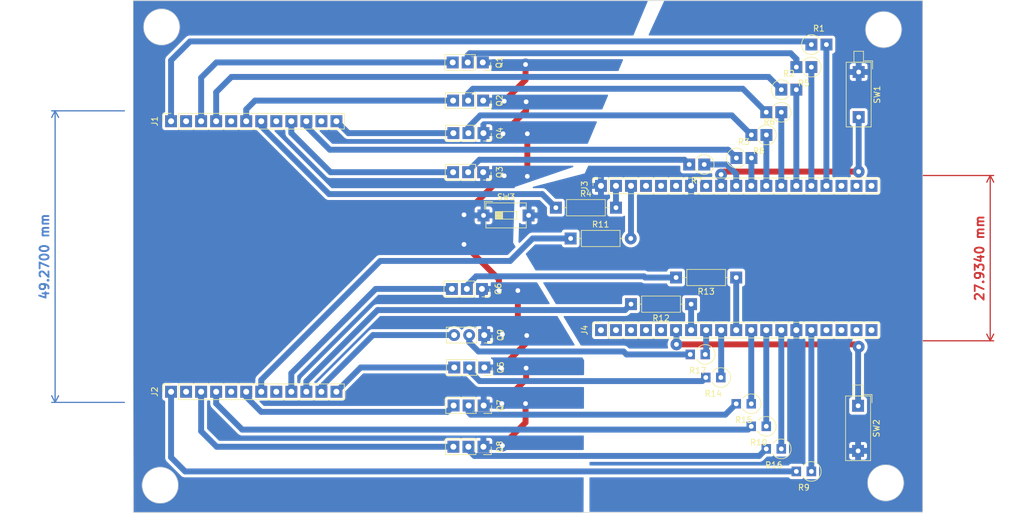
<source format=kicad_pcb>
(kicad_pcb (version 20240108) (generator "pcbnew") (generator_version "8.0")
  (layers (0 "F.Cu" signal) (31 "B.Cu" signal) (34 "B.Paste" user) (35 "F.Paste" user) (36 "B.SilkS" user "B.Silkscreen") (37 "F.SilkS" user "F.Silkscreen") (38 "B.Mask" user) (39 "F.Mask" user) (44 "Edge.Cuts" user))
  (net 0 "")
  (net 1 "GPIO15")
  (net 3 "Net-(J1-Pin_3)")
  (net 4 "GPIO0")
  (net 6 "Net-(J1-Pin_6)")
  (net 7 "GPIO16")
  (net 9 "Net-(J1-Pin_9)")
  (net 11 "Net-(J1-Pin_12)")
  (net 12 "GPIO13")
  (net 14 "Net-(J2-Pin_3)")
  (net 15 "GPIO14")
  (net 17 "Net-(J2-Pin_6)")
  (net 18 "GPIO26")
  (net 20 "Net-(J2-Pin_9)")
  (net 21 "GPIO33")
  (net 22 "Net-(J2-Pin_11)")
  (net 23 "Net-(J2-Pin_12)")
  (net 24 "GND")
  (net 25 "GPIO23")
  (net 26 "GPIO22")
  (net 27 "TX{slash}GPIO1")
  (net 28 "RX{slash}GPIO3")
  (net 29 "GPIO21")
  (net 30 "GPIO19")
  (net 31 "GPIO18")
  (net 32 "GPIO17")
  (net 33 "GPIO4")
  (net 34 "Net-(J3-Pin_14)")
  (net 35 "GPIO2")
  (net 36 "Net-(J3-Pin_16)")
  (net 40 "3.3V")
  (net 42 "GPI36")
  (net 43 "GPI39")
  (net 44 "GPI34")
  (net 45 "GPI35")
  (net 46 "GPIO32")
  (net 47 "GPIO25")
  (net 48 "GPIO27")
  (net 49 "Net-(J4-Pin_12)")
  (net 50 "GPIO12")
  (net 51 "Net-(J4-Pin_15)")
  (net 55 "5V")
  (net 56 "Net-(Q1-B)")
  (net 57 "Net-(Q2-B)")
  (net 58 "Net-(Q3-B)")
  (net 59 "Net-(Q4-B)")
  (net 60 "Net-(Q5-B)")
  (net 61 "Net-(Q6-B)")
  (net 62 "Net-(Q7-B)")
  (net 63 "Net-(Q8-B)")
  (net 64 "Net-(Q9-B)")
  (net 65 "Net-(J3-Pin_11)")
  (net 66 "GND_BJT")
  (net 67 "GPIO5")
  (net 68 "Net-(J4-Pin_7)")
  (net 69 "Net-(J3-Pin_2)")
  (net 70 "Net-(J3-Pin_3)")
  (footprint "Button_Switch_THT:SW_DIP_SPSTx01_Piano_10.8x4.1mm_W7.62mm_P2.54mm" (layer "F.Cu") (at 214.5 70.17 -90)
    (property "Reference" "SW1" (at 3.81 -3.11 90) (layer "F.SilkS"))
    (property "Value" "SW_Push")
    (pad "1" thru_hole rect (at 0 0 270) (size 2 2) (drill 0.8) (layers "*.Cu" "*.Mask") (net 24 "GND"))
    (pad "2" thru_hole rect (at 7.62 0 270) (size 2 2) (drill 0.8) (layers "*.Cu" "*.Mask") (net 31 "GPIO18"))
  )
  (footprint "Connector_PinSocket_2.54mm:PinSocket_1x03_P2.54mm_Vertical" (layer "F.Cu") (at 151.04 75 -90)
    (property "Reference" "Q2" (at 0 -2.77 90) (layer "F.SilkS"))
    (property "Value" "2N3904")
    (pad "1" thru_hole rect (at 0 0 270) (size 2 2) (drill 1) (layers "*.Cu" "*.Mask") (net 66 "GND_BJT"))
    (pad "2" thru_hole rect (at 0 2.54 270) (size 2 2) (drill 1) (layers "*.Cu" "*.Mask") (net 57 "Net-(Q2-B)"))
    (pad "3" thru_hole rect (at 0 5.08 270) (size 2 2) (drill 1) (layers "*.Cu" "*.Mask") (net 6 "Net-(J1-Pin_6)"))
  )
  (footprint "Connector_PinSocket_2.54mm:PinSocket_1x12_P2.54mm_Vertical" (layer "F.Cu") (at 98.298 78.486 90)
    (property "Reference" "J1" (at 0 -2.77 90) (layer "F.SilkS"))
    (property "Value" "Conn_01x12")
    (pad "1" thru_hole rect (at 0 0 90) (size 2 2) (drill 1) (layers "*.Cu" "*.Mask") (net 1 "GPIO15"))
    (pad "2" thru_hole rect (at 0 2.54 90) (size 2 2) (drill 1) (layers "*.Cu" "*.Mask"))
    (pad "3" thru_hole rect (at 0 5.08 90) (size 2 2) (drill 1) (layers "*.Cu" "*.Mask") (net 3 "Net-(J1-Pin_3)"))
    (pad "4" thru_hole rect (at 0 7.62 90) (size 2 2) (drill 1) (layers "*.Cu" "*.Mask") (net 4 "GPIO0"))
    (pad "5" thru_hole rect (at 0 10.16 90) (size 2 2) (drill 1) (layers "*.Cu" "*.Mask"))
    (pad "6" thru_hole rect (at 0 12.7 90) (size 2 2) (drill 1) (layers "*.Cu" "*.Mask") (net 6 "Net-(J1-Pin_6)"))
    (pad "7" thru_hole rect (at 0 15.24 90) (size 2 2) (drill 1) (layers "*.Cu" "*.Mask") (net 25 "GPIO23"))
    (pad "8" thru_hole rect (at 0 17.78 90) (size 2 2) (drill 1) (layers "*.Cu" "*.Mask"))
    (pad "9" thru_hole rect (at 0 20.32 90) (size 2 2) (drill 1) (layers "*.Cu" "*.Mask") (net 9 "Net-(J1-Pin_9)"))
    (pad "10" thru_hole rect (at 0 22.86 90) (size 2 2) (drill 1) (layers "*.Cu" "*.Mask") (net 32 "GPIO17"))
    (pad "11" thru_hole rect (at 0 25.4 90) (size 2 2) (drill 1) (layers "*.Cu" "*.Mask"))
    (pad "12" thru_hole rect (at 0 27.94 90) (size 2 2) (drill 1) (layers "*.Cu" "*.Mask") (net 11 "Net-(J1-Pin_12)"))
  )
  (footprint "Connector_PinSocket_2.54mm:PinSocket_1x19_P2.54mm_Vertical" (layer "F.Cu") (at 170.942 89.408 90)
    (property "Reference" "J3" (at 0 -2.77 90) (layer "F.SilkS"))
    (property "Value" "Conn_01x19")
    (pad "1" thru_hole rect (at 0 0 90) (size 2 2) (drill 1) (layers "*.Cu" "*.Mask") (net 24 "GND"))
    (pad "2" thru_hole rect (at 0 2.54 90) (size 2 2) (drill 1) (layers "*.Cu" "*.Mask") (net 69 "Net-(J3-Pin_2)"))
    (pad "3" thru_hole rect (at 0 5.08 90) (size 2 2) (drill 1) (layers "*.Cu" "*.Mask") (net 70 "Net-(J3-Pin_3)"))
    (pad "4" thru_hole rect (at 0 7.62 90) (size 2 2) (drill 1) (layers "*.Cu" "*.Mask") (net 27 "TX{slash}GPIO1"))
    (pad "5" thru_hole rect (at 0 10.16 90) (size 2 2) (drill 1) (layers "*.Cu" "*.Mask") (net 28 "RX{slash}GPIO3"))
    (pad "6" thru_hole rect (at 0 12.7 90) (size 2 2) (drill 1) (layers "*.Cu" "*.Mask") (net 29 "GPIO21"))
    (pad "7" thru_hole rect (at 0 15.24 90) (size 2 2) (drill 1) (layers "*.Cu" "*.Mask") (net 24 "GND"))
    (pad "8" thru_hole rect (at 0 17.78 90) (size 2 2) (drill 1) (layers "*.Cu" "*.Mask") (net 30 "GPIO19"))
    (pad "9" thru_hole rect (at 0 20.32 90) (size 2 2) (drill 1) (layers "*.Cu" "*.Mask") (net 31 "GPIO18"))
    (pad "10" thru_hole rect (at 0 22.86 90) (size 2 2) (drill 1) (layers "*.Cu" "*.Mask") (net 67 "GPIO5"))
    (pad "11" thru_hole rect (at 0 25.4 90) (size 2 2) (drill 1) (layers "*.Cu" "*.Mask") (net 65 "Net-(J3-Pin_11)"))
    (pad "12" thru_hole rect (at 0 27.94 90) (size 2 2) (drill 1) (layers "*.Cu" "*.Mask" "Eco2.User") (net 7 "GPIO16"))
    (pad "13" thru_hole rect (at 0 30.48 90) (size 2 2) (drill 1) (layers "*.Cu" "*.Mask") (net 33 "GPIO4"))
    (pad "14" thru_hole rect (at 0 33.02 90) (size 2 2) (drill 1) (layers "*.Cu" "*.Mask") (net 34 "Net-(J3-Pin_14)"))
    (pad "15" thru_hole rect (at 0 35.56 90) (size 2 2) (drill 1) (layers "*.Cu" "*.Mask") (net 35 "GPIO2"))
    (pad "16" thru_hole rect (at 0 38.1 90) (size 2 2) (drill 1) (layers "*.Cu" "*.Mask") (net 36 "Net-(J3-Pin_16)"))
    (pad "17" thru_hole rect (at 0 40.64 90) (size 2 2) (drill 1) (layers "*.Cu" "*.Mask"))
    (pad "18" thru_hole rect (at 0 43.18 90) (size 2 2) (drill 1) (layers "*.Cu" "*.Mask"))
    (pad "19" thru_hole rect (at 0 45.72 90) (size 2 2) (drill 1) (layers "*.Cu" "*.Mask"))
  )
  (footprint "Resistor_THT:R_Axial_DIN0309_L9.0mm_D3.2mm_P2.54mm_Vertical" (layer "F.Cu") (at 191.2 121.8 180)
    (property "Reference" "R14" (at 1.27 -2.72 0) (layer "F.SilkS"))
    (property "Value" "1000")
    (pad "1" thru_hole rect (at 0 0 180) (size 1.6 1.6) (drill 0.8) (layers "*.Cu" "*.Mask") (net 47 "GPIO25"))
    (pad "2" thru_hole rect (at 2.54 0 180) (size 1.6 1.6) (drill 0.8) (layers "*.Cu" "*.Mask") (net 60 "Net-(Q5-B)"))
  )
  (footprint "Resistor_THT:R_Axial_DIN0207_L6.3mm_D2.5mm_P10.16mm_Horizontal" (layer "F.Cu") (at 186.18 109.4 180)
    (property "Reference" "R12" (at 5.08 -2.37 180) (layer "F.SilkS"))
    (property "Value" "330")
    (pad "1" thru_hole rect (at 0 0 180) (size 2 2) (drill 0.8) (layers "*.Cu" "*.Mask") (net 68 "Net-(J4-Pin_7)"))
    (pad "2" thru_hole rect (at 10.16 0 180) (size 2 2) (drill 0.8) (layers "*.Cu" "*.Mask") (net 46 "GPIO32"))
  )
  (footprint "Connector_PinSocket_2.54mm:PinSocket_1x03_P2.54mm_Vertical" (layer "F.Cu") (at 150.825 106.825 -90)
    (property "Reference" "Q6" (at 0 -2.77 90) (layer "F.SilkS"))
    (property "Value" "2N3904")
    (pad "1" thru_hole rect (at 0 0 270) (size 2 2) (drill 1) (layers "*.Cu" "*.Mask") (net 66 "GND_BJT"))
    (pad "2" thru_hole rect (at 0 2.54 270) (size 2 2) (drill 1) (layers "*.Cu" "*.Mask") (net 61 "Net-(Q6-B)"))
    (pad "3" thru_hole rect (at 0 5.08 270) (size 2 2) (drill 1) (layers "*.Cu" "*.Mask") (net 20 "Net-(J2-Pin_9)"))
  )
  (footprint "Connector_PinSocket_2.54mm:PinSocket_1x03_P2.54mm_Vertical" (layer "F.Cu") (at 151.08 133.5 -90)
    (property "Reference" "Q8" (at 0 -2.77 90) (layer "F.SilkS"))
    (property "Value" "2N3904")
    (pad "1" thru_hole rect (at 0 0 270) (size 2 2) (drill 1) (layers "*.Cu" "*.Mask") (net 66 "GND_BJT"))
    (pad "2" thru_hole rect (at 0 2.54 270) (size 2 2) (drill 1) (layers "*.Cu" "*.Mask") (net 63 "Net-(Q8-B)"))
    (pad "3" thru_hole rect (at 0 5.08 270) (size 2 2) (drill 1) (layers "*.Cu" "*.Mask") (net 14 "Net-(J2-Pin_3)"))
  )
  (footprint "Resistor_THT:R_Axial_DIN0309_L9.0mm_D3.2mm_P2.54mm_Vertical" (layer "F.Cu") (at 193.83 84.7)
    (property "Reference" "R3" (at 1.27 -2.72 0) (layer "F.SilkS"))
    (property "Value" "330")
    (pad "1" thru_hole rect (at 0 0) (size 2 2) (drill 0.8) (layers "*.Cu" "*.Mask") (net 32 "GPIO17"))
    (pad "2" thru_hole rect (at 2.54 0) (size 2 2) (drill 0.8) (layers "*.Cu" "*.Mask") (net 65 "Net-(J3-Pin_11)"))
  )
  (footprint "Connector_PinSocket_2.54mm:PinSocket_1x03_P2.54mm_Vertical" (layer "F.Cu") (at 151.23 120.1 -90)
    (property "Reference" "Q5" (at 0 -2.77 90) (layer "F.SilkS"))
    (property "Value" "2N3904")
    (pad "1" thru_hole rect (at 0 0 270) (size 2 2) (drill 1) (layers "*.Cu" "*.Mask") (net 66 "GND_BJT"))
    (pad "2" thru_hole rect (at 0 2.54 270) (size 2 2) (drill 1) (layers "*.Cu" "*.Mask") (net 60 "Net-(Q5-B)"))
    (pad "3" thru_hole rect (at 0 5.08 270) (size 2 2) (drill 1) (layers "*.Cu" "*.Mask") (net 23 "Net-(J2-Pin_12)"))
  )
  (footprint "Resistor_THT:R_Axial_DIN0309_L9.0mm_D3.2mm_P2.54mm_Vertical" (layer "F.Cu") (at 206.502 65.532)
    (property "Reference" "R1" (at 1.27 -2.72 0) (layer "F.SilkS"))
    (property "Value" "330")
    (pad "1" thru_hole rect (at 0 0) (size 2 2) (drill 0.8) (layers "*.Cu" "*.Mask") (net 1 "GPIO15"))
    (pad "2" thru_hole rect (at 2.54 0) (size 2 2) (drill 0.8) (layers "*.Cu" "*.Mask") (net 36 "Net-(J3-Pin_16)"))
  )
  (footprint "Connector_PinSocket_2.54mm:PinSocket_1x03_P2.54mm_Vertical" (layer "F.Cu") (at 150.97 68.55 -90)
    (property "Reference" "Q1" (at 0 -2.77 90) (layer "F.SilkS"))
    (property "Value" "2N3904")
    (pad "1" thru_hole rect (at 0 0 270) (size 2 2) (drill 1) (layers "*.Cu" "*.Mask") (net 66 "GND_BJT"))
    (pad "2" thru_hole rect (at 0 2.54 270) (size 2 2) (drill 1) (layers "*.Cu" "*.Mask") (net 56 "Net-(Q1-B)"))
    (pad "3" thru_hole rect (at 0 5.08 270) (size 2 2) (drill 1) (layers "*.Cu" "*.Mask") (net 3 "Net-(J1-Pin_3)"))
  )
  (footprint "Connector_PinSocket_2.54mm:PinSocket_1x03_P2.54mm_Vertical" (layer "F.Cu") (at 151.125 126.525 -90)
    (property "Reference" "Q7" (at 0 -2.77 90) (layer "F.SilkS"))
    (property "Value" "2N3904")
    (pad "1" thru_hole rect (at 0 0 270) (size 2 2) (drill 1) (layers "*.Cu" "*.Mask") (net 66 "GND_BJT"))
    (pad "2" thru_hole rect (at 0 2.54 270) (size 2 2) (drill 1) (layers "*.Cu" "*.Mask") (net 62 "Net-(Q7-B)"))
    (pad "3" thru_hole rect (at 0 5.08 270) (size 2 2) (drill 1) (layers "*.Cu" "*.Mask") (net 17 "Net-(J2-Pin_6)"))
  )
  (footprint "Resistor_THT:R_Axial_DIN0309_L9.0mm_D3.2mm_P2.54mm_Vertical" (layer "F.Cu") (at 201.422 76.962 180)
    (property "Reference" "R6" (at 2.022 -1.638 0) (layer "F.SilkS"))
    (property "Value" "1000")
    (pad "1" thru_hole rect (at 0 0 180) (size 2 2) (drill 0.8) (layers "*.Cu" "*.Mask") (net 33 "GPIO4"))
    (pad "2" thru_hole rect (at 2.54 0 180) (size 2 2) (drill 0.8) (layers "*.Cu" "*.Mask") (net 57 "Net-(Q2-B)"))
  )
  (footprint "Connector_PinSocket_2.54mm:PinSocket_1x03_P2.54mm_Vertical" (layer "F.Cu") (at 151.08 80.5 -90)
    (property "Reference" "Q4" (at 0 -2.77 90) (layer "F.SilkS"))
    (property "Value" "2N3904")
    (pad "1" thru_hole rect (at 0 0 270) (size 2 2) (drill 1) (layers "*.Cu" "*.Mask") (net 66 "GND_BJT"))
    (pad "2" thru_hole rect (at 0 2.54 270) (size 2 2) (drill 1) (layers "*.Cu" "*.Mask") (net 59 "Net-(Q4-B)"))
    (pad "3" thru_hole rect (at 0 5.08 270) (size 2 2) (drill 1) (layers "*.Cu" "*.Mask") (net 11 "Net-(J1-Pin_12)"))
  )
  (footprint "Resistor_THT:R_Axial_DIN0207_L6.3mm_D2.5mm_P10.16mm_Horizontal" (layer "F.Cu") (at 193.8 104.9 180)
    (property "Reference" "R13" (at 5.08 -2.37 180) (layer "F.SilkS"))
    (property "Value" "1000")
    (pad "1" thru_hole rect (at 0 0 180) (size 2 2) (drill 0.8) (layers "*.Cu" "*.Mask") (net 18 "GPIO26"))
    (pad "2" thru_hole rect (at 10.16 0 180) (size 2 2) (drill 0.8) (layers "*.Cu" "*.Mask") (net 61 "Net-(Q6-B)"))
  )
  (footprint "Resistor_THT:R_Axial_DIN0309_L9.0mm_D3.2mm_P2.54mm_Vertical" (layer "F.Cu") (at 196.342 126.238 180)
    (property "Reference" "R15" (at 1.27 -2.72 0) (layer "F.SilkS"))
    (property "Value" "1000")
    (pad "1" thru_hole rect (at 0 0 180) (size 1.6 1.6) (drill 0.8) (layers "*.Cu" "*.Mask") (net 48 "GPIO27"))
    (pad "2" thru_hole rect (at 2.54 0 180) (size 1.6 1.6) (drill 0.8) (layers "*.Cu" "*.Mask") (net 62 "Net-(Q7-B)"))
  )
  (footprint "Button_Switch_THT:SW_DIP_SPSTx01_Piano_10.8x4.1mm_W7.62mm_P2.54mm" (layer "F.Cu") (at 214.4 126.575 -90)
    (property "Reference" "SW2" (at 3.81 -3.11 90) (layer "F.SilkS"))
    (property "Value" "SW_Push")
    (pad "1" thru_hole rect (at 0 0 270) (size 2 2) (drill 0.8) (layers "*.Cu" "*.Mask") (net 45 "GPI35"))
    (pad "2" thru_hole rect (at 7.62 0 270) (size 2 2) (drill 0.8) (layers "*.Cu" "*.Mask") (net 24 "GND"))
  )
  (footprint "Resistor_THT:R_Axial_DIN0309_L9.0mm_D3.2mm_P2.54mm_Vertical" (layer "F.Cu") (at 188.57 117.9 180)
    (property "Reference" "R17" (at 1.27 -2.72 180) (layer "F.SilkS"))
    (property "Value" "1000")
    (pad "1" thru_hole rect (at 0 0 180) (size 1.6 1.6) (drill 0.8) (layers "*.Cu" "*.Mask") (net 21 "GPIO33"))
    (pad "2" thru_hole rect (at 2.54 0 180) (size 1.6 1.6) (drill 0.8) (layers "*.Cu" "*.Mask") (net 64 "Net-(Q9-B)"))
  )
  (footprint "Button_Switch_THT:SW_DIP_SPSTx01_Slide_6.7x4.1mm_W7.62mm_P2.54mm_LowProfile" (layer "F.Cu") (at 151.1 94.4)
    (property "Reference" "SW3" (at 3.81 -3.11 0) (layer "F.SilkS"))
    (property "Value" "SW_DPST_x2")
    (pad "1" thru_hole rect (at 0 0) (size 2 2) (drill 0.8) (layers "*.Cu" "*.Mask") (net 66 "GND_BJT"))
    (pad "2" thru_hole rect (at 7.62 0) (size 2 2) (drill 0.8) (layers "*.Cu" "*.Mask") (net 24 "GND"))
  )
  (footprint "Resistor_THT:R_Axial_DIN0207_L6.3mm_D2.5mm_P10.16mm_Horizontal" (layer "F.Cu") (at 163.32 93.1)
    (property "Reference" "R4" (at 5.08 -2.37 0) (layer "F.SilkS"))
    (property "Value" "330")
    (pad "1" thru_hole rect (at 0 0) (size 2 2) (drill 0.8) (layers "*.Cu" "*.Mask") (net 25 "GPIO23"))
    (pad "2" thru_hole rect (at 10.16 0) (size 2 2) (drill 0.8) (layers "*.Cu" "*.Mask") (net 69 "Net-(J3-Pin_2)"))
  )
  (footprint "Resistor_THT:R_Axial_DIN0309_L9.0mm_D3.2mm_P2.54mm_Vertical" (layer "F.Cu") (at 198.9 80.8 180)
    (property "Reference" "R8" (at 1.27 -2.72 180) (layer "F.SilkS"))
    (property "Value" "1000")
    (pad "1" thru_hole rect (at 0 0 180) (size 2 2) (drill 0.8) (layers "*.Cu" "*.Mask") (net 7 "GPIO16"))
    (pad "2" thru_hole rect (at 2.54 0 180) (size 2 2) (drill 0.8) (layers "*.Cu" "*.Mask") (net 59 "Net-(Q4-B)"))
  )
  (footprint "Resistor_THT:R_Axial_DIN0309_L9.0mm_D3.2mm_P2.54mm_Vertical" (layer "F.Cu") (at 201.422 133.858 180)
    (property "Reference" "R16" (at 1.27 -2.72 0) (layer "F.SilkS"))
    (property "Value" "1000")
    (pad "1" thru_hole rect (at 0 0 180) (size 1.6 1.6) (drill 0.8) (layers "*.Cu" "*.Mask") (net 50 "GPIO12"))
    (pad "2" thru_hole rect (at 2.54 0 180) (size 1.6 1.6) (drill 0.8) (layers "*.Cu" "*.Mask") (net 63 "Net-(Q8-B)"))
  )
  (footprint "Resistor_THT:R_Axial_DIN0309_L9.0mm_D3.2mm_P2.54mm_Vertical" (layer "F.Cu") (at 188.4 85.8 180)
    (property "Reference" "R7" (at 1.27 -2.72 180) (layer "F.SilkS"))
    (property "Value" "1000")
    (pad "1" thru_hole rect (at 0 0 180) (size 2 2) (drill 0.8) (layers "*.Cu" "*.Mask") (net 67 "GPIO5"))
    (pad "2" thru_hole rect (at 2.54 0 180) (size 2 2) (drill 0.8) (layers "*.Cu" "*.Mask") (net 58 "Net-(Q3-B)"))
  )
  (footprint "Resistor_THT:R_Axial_DIN0309_L9.0mm_D3.2mm_P2.54mm_Vertical" (layer "F.Cu") (at 201.422 73.152)
    (property "Reference" "R2" (at 1.27 -2.72 0) (layer "F.SilkS"))
    (property "Value" "330")
    (pad "1" thru_hole rect (at 0 0) (size 2 2) (drill 0.8) (layers "*.Cu" "*.Mask") (net 4 "GPIO0"))
    (pad "2" thru_hole rect (at 2.54 0) (size 2 2) (drill 0.8) (layers "*.Cu" "*.Mask") (net 34 "Net-(J3-Pin_14)"))
  )
  (footprint "Connector_PinSocket_2.54mm:PinSocket_1x19_P2.54mm_Vertical" (layer "F.Cu") (at 170.942 113.792 90)
    (property "Reference" "J4" (at 0 -2.77 90) (layer "F.SilkS"))
    (property "Value" "Conn_01x19")
    (pad "1" thru_hole rect (at 0 0 90) (size 2 2) (drill 1) (layers "*.Cu" "*.Mask") (net 40 "3.3V"))
    (pad "2" thru_hole rect (at 0 2.54 90) (size 2 2) (drill 1) (layers "*.Cu" "*.Mask"))
    (pad "3" thru_hole rect (at 0 5.08 90) (size 2 2) (drill 1) (layers "*.Cu" "*.Mask") (net 42 "GPI36"))
    (pad "4" thru_hole rect (at 0 7.62 90) (size 2 2) (drill 1) (layers "*.Cu" "*.Mask") (net 43 "GPI39"))
    (pad "5" thru_hole rect (at 0 10.16 90) (size 2 2) (drill 1) (layers "*.Cu" "*.Mask") (net 44 "GPI34"))
    (pad "6" thru_hole rect (at 0 12.7 90) (size 2 2) (drill 1) (layers "*.Cu" "*.Mask") (net 45 "GPI35"))
    (pad "7" thru_hole rect (at 0 15.24 90) (size 2 2) (drill 1) (layers "*.Cu" "*.Mask") (net 68 "Net-(J4-Pin_7)"))
    (pad "8" thru_hole rect (at 0 17.78 90) (size 2 2) (drill 1) (layers "*.Cu" "*.Mask") (net 21 "GPIO33"))
    (pad "9" thru_hole rect (at 0 20.32 90) (size 2 2) (drill 1) (layers "*.Cu" "*.Mask") (net 47 "GPIO25"))
    (pad "10" thru_hole rect (at 0 22.86 90) (size 2 2) (drill 1) (layers "*.Cu" "*.Mask") (net 18 "GPIO26"))
    (pad "11" thru_hole rect (at 0 25.4 90) (size 2 2) (drill 1) (layers "*.Cu" "*.Mask") (net 48 "GPIO27"))
    (pad "12" thru_hole rect (at 0 27.94 90) (size 2 2) (drill 1) (layers "*.Cu" "*.Mask") (net 49 "Net-(J4-Pin_12)"))
    (pad "13" thru_hole rect (at 0 30.48 90) (size 2 2) (drill 1) (layers "*.Cu" "*.Mask") (net 50 "GPIO12"))
    (pad "14" thru_hole rect (at 0 33.02 90) (size 2 2) (drill 1) (layers "*.Cu" "*.Mask") (net 24 "GND"))
    (pad "15" thru_hole rect (at 0 35.56 90) (size 2 2) (drill 1) (layers "*.Cu" "*.Mask") (net 51 "Net-(J4-Pin_15)"))
    (pad "16" thru_hole rect (at 0 38.1 90) (size 2 2) (drill 1) (layers "*.Cu" "*.Mask"))
    (pad "17" thru_hole rect (at 0 40.64 90) (size 2 2) (drill 1) (layers "*.Cu" "*.Mask"))
    (pad "18" thru_hole rect (at 0 43.18 90) (size 2 2) (drill 1) (layers "*.Cu" "*.Mask"))
    (pad "19" thru_hole rect (at 0 45.72 90) (size 2 2) (drill 1) (layers "*.Cu" "*.Mask") (net 55 "5V"))
  )
  (footprint "Connector_PinSocket_2.54mm:PinSocket_1x03_P2.54mm_Vertical" (layer "F.Cu") (at 151.04 87.1 -90)
    (property "Reference" "Q3" (at 0 -2.77 90) (layer "F.SilkS"))
    (property "Value" "2N3904")
    (pad "1" thru_hole rect (at 0 0 270) (size 2 2) (drill 1) (layers "*.Cu" "*.Mask") (net 66 "GND_BJT"))
    (pad "2" thru_hole rect (at 0 2.54 270) (size 2 2) (drill 1) (layers "*.Cu" "*.Mask") (net 58 "Net-(Q3-B)"))
    (pad "3" thru_hole rect (at 0 5.08 270) (size 2 2) (drill 1) (layers "*.Cu" "*.Mask") (net 9 "Net-(J1-Pin_9)"))
  )
  (footprint "Connector_PinSocket_2.54mm:PinSocket_1x03_P2.54mm_Vertical" (layer "F.Cu") (at 151.215 114.625 -90)
    (property "Reference" "Q9" (at 0 -2.77 90) (layer "F.SilkS"))
    (property "Value" "2N3904")
    (pad "1" thru_hole rect (at 0 0 270) (size 2 2) (drill 1) (layers "*.Cu" "*.Mask") (net 66 "GND_BJT"))
    (pad "2" thru_hole oval (at 0 2.54 270) (size 2 2) (drill 1) (layers "*.Cu" "*.Mask") (net 64 "Net-(Q9-B)"))
    (pad "3" thru_hole oval (at 0 5.08 270) (size 2 2) (drill 1) (layers "*.Cu" "*.Mask") (net 22 "Net-(J2-Pin_11)"))
  )
  (footprint "Resistor_THT:R_Axial_DIN0309_L9.0mm_D3.2mm_P2.54mm_Vertical" (layer "F.Cu") (at 206.502 137.668 180)
    (property "Reference" "R9" (at 1.27 -2.72 0) (layer "F.SilkS"))
    (property "Value" "330")
    (pad "1" thru_hole rect (at 0 0 180) (size 1.6 1.6) (drill 0.8) (layers "*.Cu" "*.Mask") (net 51 "Net-(J4-Pin_15)"))
    (pad "2" thru_hole rect (at 2.54 0 180) (size 1.6 1.6) (drill 0.8) (layers "*.Cu" "*.Mask") (net 12 "GPIO13"))
  )
  (footprint "Connector_PinSocket_2.54mm:PinSocket_1x12_P2.54mm_Vertical" (layer "F.Cu") (at 98.298 124.206 90)
    (property "Reference" "J2" (at 0 -2.77 90) (layer "F.SilkS"))
    (property "Value" "Conn_01x12")
    (pad "1" thru_hole rect (at 0 0 90) (size 2 2) (drill 1) (layers "*.Cu" "*.Mask") (net 12 "GPIO13"))
    (pad "2" thru_hole rect (at 0 2.54 90) (size 2 2) (drill 1) (layers "*.Cu" "*.Mask"))
    (pad "3" thru_hole rect (at 0 5.08 90) (size 2 2) (drill 1) (layers "*.Cu" "*.Mask") (net 14 "Net-(J2-Pin_3)"))
    (pad "4" thru_hole rect (at 0 7.62 90) (size 2 2) (drill 1) (layers "*.Cu" "*.Mask") (net 15 "GPIO14"))
    (pad "5" thru_hole rect (at 0 10.16 90) (size 2 2) (drill 1) (layers "*.Cu" "*.Mask"))
    (pad "6" thru_hole rect (at 0 12.7 90) (size 2 2) (drill 1) (layers "*.Cu" "*.Mask") (net 17 "Net-(J2-Pin_6)"))
    (pad "7" thru_hole rect (at 0 15.24 90) (size 2 2) (drill 1) (layers "*.Cu" "*.Mask") (net 26 "GPIO22"))
    (pad "8" thru_hole rect (at 0 17.78 90) (size 2 2) (drill 1) (layers "*.Cu" "*.Mask"))
    (pad "9" thru_hole rect (at 0 20.32 90) (size 2 2) (drill 1) (layers "*.Cu" "*.Mask") (net 20 "Net-(J2-Pin_9)"))
    (pad "10" thru_hole rect (at 0 22.86 90) (size 2 2) (drill 1) (layers "*.Cu" "*.Mask") (net 46 "GPIO32"))
    (pad "11" thru_hole rect (at 0 25.4 90) (size 2 2) (drill 1) (layers "*.Cu" "*.Mask") (net 22 "Net-(J2-Pin_11)"))
    (pad "12" thru_hole rect (at 0 27.94 90) (size 2 2) (drill 1) (layers "*.Cu" "*.Mask") (net 23 "Net-(J2-Pin_12)"))
  )
  (footprint "Resistor_THT:R_Axial_DIN0309_L9.0mm_D3.2mm_P2.54mm_Vertical" (layer "F.Cu") (at 206.502 69.342 180)
    (property "Reference" "R5" (at 1.27 -2.72 0) (layer "F.SilkS"))
    (property "Value" "1000")
    (pad "1" thru_hole rect (at 0 0 180) (size 2 2) (drill 0.8) (layers "*.Cu" "*.Mask") (net 35 "GPIO2"))
    (pad "2" thru_hole rect (at 2.54 0 180) (size 2 2) (drill 0.8) (layers "*.Cu" "*.Mask") (net 56 "Net-(Q1-B)"))
  )
  (footprint "Resistor_THT:R_Axial_DIN0309_L9.0mm_D3.2mm_P2.54mm_Vertical" (layer "F.Cu") (at 198.882 130.048 180)
    (property "Reference" "R10" (at 1.27 -2.72 0) (layer "F.SilkS"))
    (property "Value" "330")
    (pad "1" thru_hole rect (at 0 0 180) (size 1.6 1.6) (drill 0.8) (layers "*.Cu" "*.Mask") (net 49 "Net-(J4-Pin_12)"))
    (pad "2" thru_hole rect (at 2.54 0 180) (size 1.6 1.6) (drill 0.8) (layers "*.Cu" "*.Mask") (net 15 "GPIO14"))
  )
  (footprint "Resistor_THT:R_Axial_DIN0207_L6.3mm_D2.5mm_P10.16mm_Horizontal" (layer "F.Cu") (at 165.82 98.3)
    (property "Reference" "R11" (at 5.08 -2.37 0) (layer "F.SilkS"))
    (property "Value" "330")
    (pad "1" thru_hole rect (at 0 0) (size 2 2) (drill 0.8) (layers "*.Cu" "*.Mask") (net 26 "GPIO22"))
    (pad "2" thru_hole oval (at 10.16 0) (size 2 2) (drill 0.8) (layers "*.Cu" "*.Mask") (net 70 "Net-(J3-Pin_3)"))
  )
  (gr_circle (center 218.7 63) (end 220.9 60.9) (stroke (width 0.1)) (fill none) (layer "Edge.Cuts"))
  (gr_circle (center 96.7 62.558619) (end 98.9 60.458619) (stroke (width 0.1)) (fill none) (layer "Edge.Cuts"))
  (gr_rect (start 91.9 58.1) (end 225.3 144.6) (stroke (width 0.1)) (fill none) (layer "Edge.Cuts"))
  (gr_circle (center 96.458619 140) (end 98.658619 137.9) (stroke (width 0.1)) (fill none) (layer "Edge.Cuts"))
  (gr_circle (center 219.058619 139.6) (end 221.258619 137.5) (stroke (width 0.1)) (fill none) (layer "Edge.Cuts"))
  (dimension (type aligned) (layer "F.Cu") (pts (xy 218.442 87.658) (xy 218.442 115.592)) (height -18.286) (gr_text "27,9340 mm" (at 234.928 101.625 90) (layer "F.Cu") (effects (font (size 1.5 1.5) (thickness 0.3)))) (format (prefix "") (suffix "") (units 3) (units_format 1) (precision 4)) (style (thickness 0.2) (arrow_length 1.27) (text_position_mode 0) (extension_height 0.58642) (extension_offset 0.5) keep_text_aligned))
  (dimension (type aligned) (layer "B.Cu") (pts (xy 90.91 126) (xy 90.91 76.73)) (height -12.21) (gr_text "49,2700 mm" (at 76.9 101.365 90) (layer "B.Cu") (effects (font (size 1.5 1.5) (thickness 0.3)))) (format (prefix "") (suffix "") (units 3) (units_format 1) (precision 4)) (style (thickness 0.2) (arrow_length 1.27) (text_position_mode 0) (extension_height 0.58642) (extension_offset 0.5) keep_text_aligned))
  (segment (start 101.5 65) (end 98.298 68.202) (width 1) (layer "B.Cu") (net 1))
  (segment (start 205.97 65) (end 101.5 65) (width 1) (layer "B.Cu") (net 1))
  (segment (start 98.298 68.202) (end 98.298 78.486) (width 1) (layer "B.Cu") (net 1))
  (segment (start 206.502 65.532) (end 205.97 65) (width 1) (layer "B.Cu") (net 1))
  (segment (start 105.95 68.55) (end 103.378 71.122) (width 1) (layer "B.Cu") (net 3))
  (segment (start 103.378 71.122) (end 103.378 78.486) (width 1) (layer "B.Cu") (net 3))
  (segment (start 145.89 68.55) (end 105.95 68.55) (width 1) (layer "B.Cu") (net 3))
  (segment (start 105.918 73.582) (end 105.918 78.486) (width 1) (layer "B.Cu") (net 4))
  (segment (start 199.27 71) (end 108.5 71) (width 1) (layer "B.Cu") (net 4))
  (segment (start 201.422 73.152) (end 199.27 71) (width 1) (layer "B.Cu") (net 4))
  (segment (start 108.5 71) (end 105.918 73.582) (width 1) (layer "B.Cu") (net 4))
  (segment (start 145.96 75) (end 112.484 75) (width 1) (layer "B.Cu") (net 6))
  (segment (start 112.484 75) (end 110.998 76.486) (width 1) (layer "B.Cu") (net 6))
  (segment (start 110.998 76.486) (end 110.998 78.486) (width 1) (layer "B.Cu") (net 6))
  (segment (start 198.9 89.39) (end 198.882 89.408) (width 1) (layer "F.Cu") (net 7))
  (segment (start 198.9 80.8) (end 198.9 89.39) (width 1) (layer "B.Cu") (net 7))
  (segment (start 198.9 89.39) (end 198.882 89.408) (width 1) (layer "B.Cu") (net 7))
  (segment (start 145.96 87.1) (end 125.232 87.1) (width 1) (layer "B.Cu") (net 9))
  (segment (start 125.232 87.1) (end 118.618 80.486) (width 1) (layer "B.Cu") (net 9))
  (segment (start 118.618 80.486) (end 118.618 78.486) (width 1) (layer "B.Cu") (net 9))
  (segment (start 146 80.5) (end 128.252 80.5) (width 1) (layer "B.Cu") (net 11))
  (segment (start 128.252 80.5) (end 126.238 78.486) (width 1) (layer "B.Cu") (net 11))
  (segment (start 100.668 137.668) (end 98.298 135.298) (width 1) (layer "B.Cu") (net 12))
  (segment (start 203.962 137.668) (end 100.668 137.668) (width 1) (layer "B.Cu") (net 12))
  (segment (start 98.298 135.298) (end 98.298 124.206) (width 1) (layer "B.Cu") (net 12))
  (segment (start 146 133.5) (end 106 133.5) (width 1) (layer "B.Cu") (net 14))
  (segment (start 103.378 130.878) (end 103.378 124.206) (width 1) (layer "B.Cu") (net 14))
  (segment (start 106 133.5) (end 103.378 130.878) (width 1) (layer "B.Cu") (net 14))
  (segment (start 196.342 130.048) (end 195.79 130.6) (width 1) (layer "B.Cu") (net 15))
  (segment (start 105.918 126.206) (end 105.918 124.206) (width 1) (layer "B.Cu") (net 15))
  (segment (start 110.312 130.6) (end 105.918 126.206) (width 1) (layer "B.Cu") (net 15))
  (segment (start 195.79 130.6) (end 110.312 130.6) (width 1) (layer "B.Cu") (net 15))
  (segment (start 110.998 125.066) (end 110.998 124.206) (width 1) (layer "B.Cu") (net 17))
  (segment (start 146.045 126.525) (end 144.97 127.6) (width 1) (layer "B.Cu") (net 17))
  (segment (start 144.97 127.6) (end 113.532 127.6) (width 1) (layer "B.Cu") (net 17))
  (segment (start 113.532 127.6) (end 110.998 125.066) (width 1) (layer "B.Cu") (net 17))
  (segment (start 193.8 104.9) (end 193.8 113.79) (width 1) (layer "B.Cu") (net 18))
  (segment (start 193.8 113.79) (end 193.802 113.792) (width 1) (layer "B.Cu") (net 18))
  (segment (start 118.618 121.082) (end 118.618 124.206) (width 1) (layer "B.Cu") (net 20))
  (segment (start 132.875 106.825) (end 118.618 121.082) (width 1) (layer "B.Cu") (net 20))
  (segment (start 145.745 106.825) (end 132.875 106.825) (width 1) (layer "B.Cu") (net 20))
  (segment (start 188.722 117.748) (end 188.57 117.9) (width 1) (layer "B.Cu") (net 21))
  (segment (start 188.722 113.792) (end 188.722 117.748) (width 1) (layer "B.Cu") (net 21))
  (segment (start 123.698 123.346) (end 123.698 124.206) (width 1) (layer "B.Cu") (net 22))
  (segment (start 146.135 114.625) (end 132.419 114.625) (width 1) (layer "B.Cu") (net 22))
  (segment (start 132.419 114.625) (end 123.698 123.346) (width 1) (layer "B.Cu") (net 22))
  (segment (start 146.15 120.1) (end 130.344 120.1) (width 1) (layer "B.Cu") (net 23))
  (segment (start 130.344 120.1) (end 126.238 124.206) (width 1) (layer "B.Cu") (net 23))
  (segment (start 124.992 90.8) (end 113.538 79.346) (width 1) (layer "B.Cu") (net 25))
  (segment (start 161.02 90.8) (end 124.992 90.8) (width 1) (layer "B.Cu") (net 25))
  (segment (start 163.32 93.1) (end 161.02 90.8) (width 1) (layer "B.Cu") (net 25))
  (segment (start 113.538 79.346) (end 113.538 78.486) (width 1) (layer "B.Cu") (net 25))
  (segment (start 165.82 98.3) (end 159.4 98.3) (width 1) (layer "B.Cu") (net 26))
  (segment (start 113.538 122.206) (end 113.538 124.206) (width 1) (layer "B.Cu") (net 26))
  (segment (start 155.6 102.1) (end 133.644 102.1) (width 1) (layer "B.Cu") (net 26))
  (segment (start 133.644 102.1) (end 113.538 122.206) (width 1) (layer "B.Cu") (net 26))
  (segment (start 159.4 98.3) (end 155.6 102.1) (width 1) (layer "B.Cu") (net 26))
  (segment (start 191.74212 87) (end 214.5 87) (width 1) (layer "F.Cu") (net 31))
  (segment (start 191.24212 87.5) (end 191.74212 87) (width 1) (layer "F.Cu") (net 31))
  (via (at 191.24212 87.5) (size 2) (drill 0.8) (layers "F.Cu" "B.Cu") (net 31))
  (via (at 214.5 87) (size 2) (drill 0.8) (layers "F.Cu" "B.Cu") (net 31))
  (segment (start 191.24212 87.5) (end 191.262 87.51988) (width 1) (layer "B.Cu") (net 31))
  (segment (start 191.262 87.51988) (end 191.262 89.408) (width 1) (layer "B.Cu") (net 31))
  (segment (start 214.5 77.79) (end 214.5 87) (width 1) (layer "B.Cu") (net 31))
  (segment (start 193.83 84.7) (end 192.43 83.3) (width 1) (layer "B.Cu") (net 32))
  (segment (start 192.43 83.3) (end 125.112 83.3) (width 1) (layer "B.Cu") (net 32))
  (segment (start 121.158 79.346) (end 121.158 78.486) (width 1) (layer "B.Cu") (net 32))
  (segment (start 125.112 83.3) (end 121.158 79.346) (width 1) (layer "B.Cu") (net 32))
  (segment (start 201.422 76.962) (end 201.422 89.408) (width 1) (layer "B.Cu") (net 33))
  (segment (start 203.962 73.152) (end 203.962 89.408) (width 1) (layer "B.Cu") (net 34))
  (segment (start 206.502 69.342) (end 206.502 89.408) (width 1) (layer "B.Cu") (net 35))
  (segment (start 209.042 65.532) (end 209.042 89.408) (width 1) (layer "B.Cu") (net 36))
  (segment (start 176.1 113.714) (end 176.022 113.792) (width 1) (layer "B.Cu") (net 42))
  (segment (start 214.5 116.6) (end 214.1 116.2) (width 1) (layer "F.Cu") (net 45))
  (segment (start 214.1 116.2) (end 183.7 116.2) (width 1) (layer "F.Cu") (net 45))
  (via (at 183.7 116.2) (size 2) (drill 0.8) (layers "F.Cu" "B.Cu") (net 45))
  (via (at 214.5 116.6) (size 2) (drill 0.8) (layers "F.Cu" "B.Cu") (net 45))
  (segment (start 214.4 116.7) (end 214.5 116.6) (width 1) (layer "B.Cu") (net 45))
  (segment (start 183.7 116.2) (end 183.7 113.85) (width 1) (layer "B.Cu") (net 45))
  (segment (start 183.7 113.85) (end 183.642 113.792) (width 1) (layer "B.Cu") (net 45))
  (segment (start 214.4 126.575) (end 214.4 116.7) (width 1) (layer "B.Cu") (net 45))
  (segment (start 176.02 109.4) (end 175.02 110.4) (width 1) (layer "B.Cu") (net 46))
  (segment (start 133.2 110.4) (end 121.158 122.442) (width 1) (layer "B.Cu") (net 46))
  (segment (start 121.158 122.442) (end 121.158 124.206) (width 1) (layer "B.Cu") (net 46))
  (segment (start 175.02 110.4) (end 133.2 110.4) (width 1) (layer "B.Cu") (net 46))
  (segment (start 191.262 121.738) (end 191.2 121.8) (width 1) (layer "F.Cu") (net 47))
  (segment (start 191.262 121.738) (end 191.2 121.8) (width 1) (layer "B.Cu") (net 47))
  (segment (start 191.262 113.792) (end 191.262 121.738) (width 1) (layer "B.Cu") (net 47))
  (segment (start 196.342 126.238) (end 196.342 113.792) (width 1) (layer "B.Cu") (net 48))
  (segment (start 198.882 130.048) (end 198.882 113.792) (width 1) (layer "B.Cu") (net 49))
  (segment (start 201.422 133.858) (end 201.422 113.792) (width 1) (layer "B.Cu") (net 50))
  (segment (start 206.502 113.792) (end 206.502 137.668) (width 1) (layer "B.Cu") (net 51))
  (segment (start 203.962 68.038) (end 204 68) (width 1) (layer "B.Cu") (net 56))
  (segment (start 148.43 67.347919) (end 148.43 68.55) (width 1) (layer "B.Cu") (net 56))
  (segment (start 204 68) (end 203 67) (width 1) (layer "B.Cu") (net 56))
  (segment (start 203 67) (end 148.777919 67) (width 1) (layer "B.Cu") (net 56))
  (segment (start 203.962 69.342) (end 203.962 68.038) (width 1) (layer "B.Cu") (net 56))
  (segment (start 148.777919 67) (end 148.43 67.347919) (width 1) (layer "B.Cu") (net 56))
  (segment (start 198.882 76.962) (end 194.92 73) (width 1) (layer "B.Cu") (net 57))
  (segment (start 148.5 73.797919) (end 148.5 75) (width 1) (layer "B.Cu") (net 57))
  (segment (start 194.92 73) (end 149.297919 73) (width 1) (layer "B.Cu") (net 57))
  (segment (start 149.297919 73) (end 148.5 73.797919) (width 1) (layer "B.Cu") (net 57))
  (segment (start 185.060001 85.000001) (end 150.399999 85.000001) (width 1) (layer "B.Cu") (net 58))
  (segment (start 148.5 86.9) (end 148.5 87.1) (width 1) (layer "B.Cu") (net 58))
  (segment (start 185.86 85.8) (end 185.060001 85.000001) (width 1) (layer "B.Cu") (net 58))
  (segment (start 150.399999 85.000001) (end 148.5 86.9) (width 1) (layer "B.Cu") (net 58))
  (segment (start 196.36 80.8) (end 193.06 77.5) (width 1) (layer "B.Cu") (net 59))
  (segment (start 150.55 77.5) (end 148.54 79.51) (width 1) (layer "B.Cu") (net 59))
  (segment (start 193.06 77.5) (end 150.55 77.5) (width 1) (layer "B.Cu") (net 59))
  (segment (start 148.54 79.51) (end 148.54 80.5) (width 1) (layer "B.Cu") (net 59))
  (segment (start 188.06 122.4) (end 188.66 121.8) (width 1) (layer "B.Cu") (net 60))
  (segment (start 148.69 120.1) (end 148.69 120.66) (width 1) (layer "B.Cu") (net 60))
  (segment (start 148.69 120.66) (end 150.43 122.4) (width 1) (layer "B.Cu") (net 60))
  (segment (start 150.43 122.4) (end 188.06 122.4) (width 1) (layer "B.Cu") (net 60))
  (segment (start 178.22 104.7) (end 149.85 104.7) (width 1) (layer "B.Cu") (net 61))
  (segment (start 149.85 104.7) (end 148.285 106.265) (width 1) (layer "B.Cu") (net 61))
  (segment (start 183.64 104.9) (end 178.42 104.9) (width 1) (layer "B.Cu") (net 61))
  (segment (start 148.285 106.265) (end 148.285 106.825) (width 1) (layer "B.Cu") (net 61))
  (segment (start 178.42 104.9) (end 178.22 104.7) (width 1) (layer "B.Cu") (net 61))
  (segment (start 191.965 128.075) (end 148.932919 128.075) (width 1) (layer "B.Cu") (net 62))
  (segment (start 148.932919 128.075) (end 148.585 127.727081) (width 1) (layer "B.Cu") (net 62))
  (segment (start 193.802 126.238) (end 191.965 128.075) (width 1) (layer "B.Cu") (net 62))
  (segment (start 148.585 127.727081) (end 148.585 126.525) (width 1) (layer "B.Cu") (net 62))
  (segment (start 198.882 133.858) (end 197.69 135.05) (width 1) (layer "B.Cu") (net 63))
  (segment (start 148.54 134.04) (end 148.54 133.5) (width 1) (layer "B.Cu") (net 63))
  (segment (start 197.69 135.05) (end 149.55 135.05) (width 1) (layer "B.Cu") (net 63))
  (segment (start 149.55 135.05) (end 148.54 134.04) (width 1) (layer "B.Cu") (net 63))
  (segment (start 186.03 117.9) (end 175.26 117.9) (width 1) (layer "B.Cu") (net 64))
  (segment (start 150.247919 117.4) (end 174.76 117.4) (width 1) (layer "B.Cu") (net 64))
  (segment (start 175.26 117.9) (end 174.76 117.4) (width 1) (layer "B.Cu") (net 64))
  (segment (start 148.675 114.625) (end 148.675 115.827081) (width 1) (layer "B.Cu") (net 64))
  (segment (start 148.675 115.827081) (end 150.247919 117.4) (width 1) (layer "B.Cu") (net 64))
  (segment (start 196.37 84.7) (end 196.37 89.38) (width 1) (layer "B.Cu") (net 65))
  (segment (start 196.37 89.38) (end 196.342 89.408) (width 1) (layer "B.Cu") (net 65))
  (segment (start 156.9 111.9) (end 154.3 114.5) (width 1) (layer "F.Cu") (net 66))
  (segment (start 154.4 87.7) (end 147.8 94.3) (width 1) (layer "F.Cu") (net 66))
  (segment (start 158.2 71.5) (end 154.6 75.1) (width 1) (layer "F.Cu") (net 66))
  (segment (start 158.4 114.7) (end 158.4 115.9) (width 1) (layer "F.Cu") (net 66))
  (segment (start 158.5 87.8) (end 158.5 80.6) (width 1) (layer "F.Cu") (net 66))
  (segment (start 158.3 75.2) (end 158.3 76.7) (width 1) (layer "F.Cu") (net 66))
  (segment (start 153.7 105.2) (end 153.7 107.1) (width 1) (layer "F.Cu") (net 66))
  (segment (start 158.2 68.9) (end 158.2 71.5) (width 1) (layer "F.Cu") (net 66))
  (segment (start 156.9 107.1) (end 156.9 111.9) (width 1) (layer "F.Cu") (net 66))
  (segment (start 158.3 120.2) (end 158.3 122.1) (width 1) (layer "F.Cu") (net 66))
  (segment (start 158.3 76.7) (end 154.4 80.6) (width 1) (layer "F.Cu") (net 66))
  (segment (start 147.8 99.3) (end 153.7 105.2) (width 1) (layer "F.Cu") (net 66))
  (segment (start 158.2 129.4) (end 154.3 133.3) (width 1) (layer "F.Cu") (net 66))
  (segment (start 158.2 126.2) (end 158.2 129.4) (width 1) (layer "F.Cu") (net 66))
  (segment (start 158.4 115.9) (end 154.1 120.2) (width 1) (layer "F.Cu") (net 66))
  (segment (start 158.3 122.1) (end 154.2 126.2) (width 1) (layer "F.Cu") (net 66))
  (segment (start 154.6 87.7) (end 154.4 87.7) (width 1) (layer "F.Cu") (net 66))
  (via (at 158.2 126.2) (size 2) (drill 0.8) (layers "F.Cu" "B.Cu") (net 66))
  (via (at 158.3 120.2) (size 2) (drill 0.8) (layers "F.Cu" "B.Cu") (net 66))
  (via (at 154.6 75.1) (size 2) (drill 0.8) (layers "F.Cu" "B.Cu") (net 66))
  (via (at 154.1 120.2) (size 2) (drill 0.8) (layers "F.Cu" "B.Cu") (net 66))
  (via (at 154.3 133.3) (size 2) (drill 0.8) (layers "F.Cu" "B.Cu") (net 66))
  (via (at 154.4 80.6) (size 2) (drill 0.8) (layers "F.Cu" "B.Cu") (net 66))
  (via (at 158.5 80.6) (size 2) (drill 0.8) (layers "F.Cu" "B.Cu") (net 66))
  (via (at 158.4 114.7) (size 2) (drill 0.8) (layers "F.Cu" "B.Cu") (net 66))
  (via (at 158.5 87.8) (size 2) (drill 0.8) (layers "F.Cu" "B.Cu") (net 66))
  (via (at 154.3 114.5) (size 2) (drill 0.8) (layers "F.Cu" "B.Cu") (net 66))
  (via (at 153.7 107.1) (size 2) (drill 0.8) (layers "F.Cu" "B.Cu") (net 66))
  (via (at 158.2 68.9) (size 2) (drill 0.8) (layers "F.Cu" "B.Cu") (net 66))
  (via (at 147.8 99.3) (size 2) (drill 0.8) (layers "F.Cu" "B.Cu") (net 66))
  (via (at 147.8 94.3) (size 2) (drill 0.8) (layers "F.Cu" "B.Cu") (net 66))
  (via (at 156.9 107.1) (size 2) (drill 0.8) (layers "F.Cu" "B.Cu") (net 66))
  (via (at 154.2 126.2) (size 2) (drill 0.8) (layers "F.Cu" "B.Cu") (net 66))
  (via (at 158.3 75.2) (size 2) (drill 0.8) (layers "F.Cu" "B.Cu") (net 66))
  (via (at 154.6 87.7) (size 2) (drill 0.8) (layers "F.Cu" "B.Cu") (net 66))
  (segment (start 158.2 114.5) (end 158.4 114.7) (width 1) (layer "B.Cu") (net 66))
  (segment (start 154.7 87.8) (end 154.6 87.7) (width 1) (layer "B.Cu") (net 66))
  (segment (start 154.6 75.1) (end 154.7 75.2) (width 1) (layer "B.Cu") (net 66))
  (segment (start 192.194 85.8) (end 193.802 87.408) (width 1) (layer "B.Cu") (net 67))
  (segment (start 188.4 85.8) (end 192.194 85.8) (width 1) (layer "B.Cu") (net 67))
  (segment (start 193.802 87.408) (end 193.802 89.408) (width 1) (layer "B.Cu") (net 67))
  (segment (start 186.18 109.4) (end 186.18 113.79) (width 1) (layer "B.Cu") (net 68))
  (segment (start 186.18 113.79) (end 186.182 113.792) (width 1) (layer "B.Cu") (net 68))
  (segment (start 173.482 89.408) (end 173.482 93.098) (width 1) (layer "B.Cu") (net 69))
  (segment (start 173.482 93.098) (end 173.48 93.1) (width 1) (layer "B.Cu") (net 69))
  (segment (start 176.022 89.408) (end 176.022 98.258) (width 1) (layer "B.Cu") (net 70))
  (segment (start 176.022 98.258) (end 175.98 98.3) (width 1) (layer "B.Cu") (net 70))
  (zone (net 24) (net_name "GND") (layer "B.Cu") (connect_pads (clearance 0.5)) (min_thickness 0.25) (fill yes (thermal_gap 0.5) (thermal_bridge_width 1))
    (polygon (pts (xy 157.3 90.1) (xy 157 98.9) (xy 169 118.8) (xy 169 144.5) (xy 225.6 144.5) (xy 225.4 58.1) (xy 181.7 58) (xy 168.2 87.3) (xy 157.4 90.1)))
  )
  (zone (net 66) (net_name "GND_BJT") (layer "B.Cu") (priority 1) (connect_pads (clearance 0.5)) (min_thickness 0.25) (fill yes (thermal_gap 0.5) (thermal_bridge_width 1))
    (polygon (pts (xy 178.9 58.1) (xy 167.2 85.9) (xy 156.4 89.6) (xy 156.1 99) (xy 168.1 118.9) (xy 168 144.7) (xy 92 144.6) (xy 91.8 58)))
  )
)
</source>
